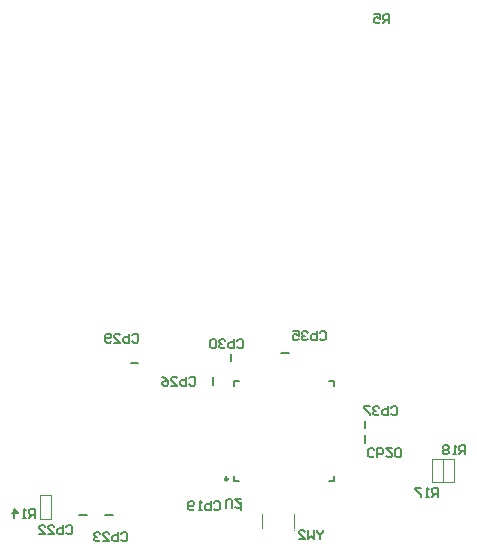
<source format=gbo>
%FSLAX25Y25*%
%MOIN*%
G70*
G01*
G75*
G04 Layer_Color=32896*
%ADD10O,0.03543X0.00984*%
%ADD11R,0.06693X0.04331*%
%ADD12R,0.01969X0.01969*%
%ADD13R,0.03543X0.03150*%
%ADD14R,0.03150X0.03543*%
%ADD15R,0.01969X0.01969*%
%ADD16R,0.02362X0.04331*%
%ADD17R,0.03150X0.03150*%
%ADD18R,0.03150X0.03150*%
%ADD19R,0.04134X0.02362*%
%ADD20R,0.02362X0.04134*%
%ADD21R,0.03150X0.02756*%
%ADD22R,0.02756X0.03150*%
%ADD23R,0.02362X0.01969*%
%ADD24R,0.01969X0.02362*%
%ADD25R,0.25590X0.25590*%
%ADD26O,0.00984X0.03543*%
%ADD27R,0.01969X0.02559*%
%ADD28R,0.03347X0.03740*%
%ADD29O,0.02559X0.00787*%
%ADD30O,0.00787X0.02559*%
%ADD31R,0.18504X0.18504*%
%ADD32R,0.02559X0.01969*%
%ADD33R,0.03543X0.02756*%
%ADD34R,0.03150X0.02953*%
%ADD35R,0.10236X0.05906*%
%ADD36R,0.00787X0.01969*%
%ADD37R,0.02953X0.05512*%
%ADD38R,0.05906X0.14173*%
%ADD39C,0.00600*%
%ADD40C,0.01000*%
%ADD41C,0.00800*%
%ADD42C,0.01200*%
%ADD43C,0.00400*%
%ADD44C,0.01600*%
%ADD45C,0.05906*%
%ADD46R,0.05906X0.05906*%
%ADD47R,0.05906X0.05906*%
%ADD48C,0.00900*%
%ADD49C,0.02000*%
%ADD50C,0.01400*%
%ADD51C,0.01969*%
%ADD52C,0.02598*%
%ADD53C,0.04000*%
%ADD54C,0.04743*%
%ADD55C,0.01600*%
%ADD56C,0.02200*%
%ADD57C,0.01800*%
%ADD58C,0.01987*%
%ADD59C,0.02499*%
%ADD60C,0.00984*%
%ADD61C,0.00394*%
%ADD62C,0.00787*%
%ADD63C,0.00500*%
%ADD64R,0.01575X0.01575*%
%ADD65R,0.01575X0.01575*%
%ADD66O,0.03943X0.01384*%
%ADD67R,0.07093X0.04731*%
%ADD68R,0.02369X0.02369*%
%ADD69R,0.03943X0.03550*%
%ADD70R,0.03550X0.03943*%
%ADD71R,0.02369X0.02369*%
%ADD72R,0.02762X0.04731*%
%ADD73R,0.03550X0.03550*%
%ADD74R,0.03550X0.03550*%
%ADD75R,0.04534X0.02762*%
%ADD76R,0.02762X0.04534*%
%ADD77R,0.03550X0.03156*%
%ADD78R,0.03156X0.03550*%
%ADD79R,0.02762X0.02369*%
%ADD80R,0.02369X0.02762*%
%ADD81R,0.25991X0.25991*%
%ADD82O,0.01384X0.03943*%
%ADD83R,0.02369X0.02959*%
%ADD84R,0.03747X0.04140*%
%ADD85O,0.02959X0.01187*%
%ADD86O,0.01187X0.02959*%
%ADD87R,0.18904X0.18904*%
%ADD88R,0.02959X0.02369*%
%ADD89R,0.03943X0.03156*%
%ADD90R,0.03550X0.03353*%
%ADD91R,0.10636X0.06306*%
%ADD92R,0.01187X0.02369*%
%ADD93R,0.03353X0.05912*%
%ADD94R,0.06306X0.14573*%
%ADD95C,0.06306*%
%ADD96R,0.06306X0.06306*%
%ADD97R,0.06306X0.06306*%
%ADD98C,0.01300*%
%ADD99C,0.02400*%
%ADD100C,0.02369*%
%ADD101C,0.02998*%
D39*
X261000Y88020D02*
Y90600D01*
X233000Y113300D02*
X235579D01*
X216200Y110400D02*
Y112979D01*
X210300Y102600D02*
Y105180D01*
X174420Y59100D02*
X177000D01*
X165621Y59300D02*
X168200D01*
X182800Y109700D02*
X185380D01*
X219754Y60900D02*
Y63480D01*
X261000Y83320D02*
Y85900D01*
D60*
X215199Y71157D02*
G03*
X215199Y71157I-492J0D01*
G01*
D61*
X237412Y54052D02*
G03*
X237412Y54052I-98J0D01*
G01*
X237215Y54938D02*
Y59662D01*
X226585Y54938D02*
Y59662D01*
X152628Y65737D02*
X156172D01*
X152628Y57863D02*
Y65737D01*
Y57863D02*
X156172D01*
Y65737D01*
X283228Y77937D02*
X286772D01*
X283228Y70063D02*
Y77937D01*
Y70063D02*
X286772D01*
Y77937D01*
X286928D02*
X290472D01*
X286928Y70063D02*
Y77937D01*
Y70063D02*
X290472D01*
Y77937D01*
D62*
X248762Y70566D02*
X250534D01*
Y72338D01*
X248762Y103834D02*
X250534D01*
Y102062D02*
Y103834D01*
X217266D02*
X219038D01*
X217266Y102062D02*
Y103834D01*
Y70566D02*
X219038D01*
X217266D02*
Y72338D01*
D63*
X269000Y223100D02*
Y226099D01*
X267500D01*
X267001Y225599D01*
Y224600D01*
X267500Y224100D01*
X269000D01*
X268000D02*
X267001Y223100D01*
X264002Y226099D02*
X266001D01*
Y224600D01*
X265001Y225099D01*
X264502D01*
X264002Y224600D01*
Y223600D01*
X264502Y223100D01*
X265501D01*
X266001Y223600D01*
X269601Y94999D02*
X270100Y95499D01*
X271100D01*
X271600Y94999D01*
Y93000D01*
X271100Y92500D01*
X270100D01*
X269601Y93000D01*
X268601Y95499D02*
Y92500D01*
X267102D01*
X266602Y93000D01*
Y93500D01*
Y93999D01*
X267102Y94499D01*
X268601D01*
X265602Y94999D02*
X265102Y95499D01*
X264102D01*
X263603Y94999D01*
Y94499D01*
X264102Y93999D01*
X264602D01*
X264102D01*
X263603Y93500D01*
Y93000D01*
X264102Y92500D01*
X265102D01*
X265602Y93000D01*
X262603Y95499D02*
X260604D01*
Y94999D01*
X262603Y93000D01*
Y92500D01*
X245801Y119899D02*
X246301Y120399D01*
X247300D01*
X247800Y119899D01*
Y117900D01*
X247300Y117400D01*
X246301D01*
X245801Y117900D01*
X244801Y120399D02*
Y117400D01*
X243302D01*
X242802Y117900D01*
Y118400D01*
Y118900D01*
X243302Y119399D01*
X244801D01*
X241802Y119899D02*
X241302Y120399D01*
X240302D01*
X239803Y119899D01*
Y119399D01*
X240302Y118900D01*
X240802D01*
X240302D01*
X239803Y118400D01*
Y117900D01*
X240302Y117400D01*
X241302D01*
X241802Y117900D01*
X236804Y120399D02*
X238803D01*
Y118900D01*
X237803Y119399D01*
X237303D01*
X236804Y118900D01*
Y117900D01*
X237303Y117400D01*
X238303D01*
X238803Y117900D01*
X218401Y117199D02*
X218900Y117699D01*
X219900D01*
X220400Y117199D01*
Y115200D01*
X219900Y114700D01*
X218900D01*
X218401Y115200D01*
X217401Y117699D02*
Y114700D01*
X215901D01*
X215402Y115200D01*
Y115700D01*
Y116200D01*
X215901Y116699D01*
X217401D01*
X214402Y117199D02*
X213902Y117699D01*
X212902D01*
X212403Y117199D01*
Y116699D01*
X212902Y116200D01*
X213402D01*
X212902D01*
X212403Y115700D01*
Y115200D01*
X212902Y114700D01*
X213902D01*
X214402Y115200D01*
X211403Y117199D02*
X210903Y117699D01*
X209903D01*
X209404Y117199D01*
Y115200D01*
X209903Y114700D01*
X210903D01*
X211403Y115200D01*
Y117199D01*
X183401Y119099D02*
X183900Y119599D01*
X184900D01*
X185400Y119099D01*
Y117100D01*
X184900Y116600D01*
X183900D01*
X183401Y117100D01*
X182401Y119599D02*
Y116600D01*
X180902D01*
X180402Y117100D01*
Y117600D01*
Y118100D01*
X180902Y118599D01*
X182401D01*
X177403Y116600D02*
X179402D01*
X177403Y118599D01*
Y119099D01*
X177902Y119599D01*
X178902D01*
X179402Y119099D01*
X176403Y117100D02*
X175903Y116600D01*
X174903D01*
X174404Y117100D01*
Y119099D01*
X174903Y119599D01*
X175903D01*
X176403Y119099D01*
Y118599D01*
X175903Y118100D01*
X174404D01*
X202401Y104799D02*
X202901Y105299D01*
X203900D01*
X204400Y104799D01*
Y102800D01*
X203900Y102300D01*
X202901D01*
X202401Y102800D01*
X201401Y105299D02*
Y102300D01*
X199901D01*
X199402Y102800D01*
Y103300D01*
Y103799D01*
X199901Y104299D01*
X201401D01*
X196403Y102300D02*
X198402D01*
X196403Y104299D01*
Y104799D01*
X196902Y105299D01*
X197902D01*
X198402Y104799D01*
X193404Y105299D02*
X194403Y104799D01*
X195403Y103799D01*
Y102800D01*
X194903Y102300D01*
X193903D01*
X193404Y102800D01*
Y103300D01*
X193903Y103799D01*
X195403D01*
X179601Y52999D02*
X180101Y53499D01*
X181100D01*
X181600Y52999D01*
Y51000D01*
X181100Y50500D01*
X180101D01*
X179601Y51000D01*
X178601Y53499D02*
Y50500D01*
X177101D01*
X176602Y51000D01*
Y51500D01*
Y51999D01*
X177101Y52499D01*
X178601D01*
X173603Y50500D02*
X175602D01*
X173603Y52499D01*
Y52999D01*
X174102Y53499D01*
X175102D01*
X175602Y52999D01*
X172603D02*
X172103Y53499D01*
X171103D01*
X170604Y52999D01*
Y52499D01*
X171103Y51999D01*
X171603D01*
X171103D01*
X170604Y51500D01*
Y51000D01*
X171103Y50500D01*
X172103D01*
X172603Y51000D01*
X161301Y55299D02*
X161801Y55799D01*
X162800D01*
X163300Y55299D01*
Y53300D01*
X162800Y52800D01*
X161801D01*
X161301Y53300D01*
X160301Y55799D02*
Y52800D01*
X158801D01*
X158302Y53300D01*
Y53800D01*
Y54299D01*
X158801Y54799D01*
X160301D01*
X155303Y52800D02*
X157302D01*
X155303Y54799D01*
Y55299D01*
X155802Y55799D01*
X156802D01*
X157302Y55299D01*
X152304Y52800D02*
X154303D01*
X152304Y54799D01*
Y55299D01*
X152803Y55799D01*
X153803D01*
X154303Y55299D01*
X210501Y63299D02*
X211000Y63799D01*
X212000D01*
X212500Y63299D01*
Y61300D01*
X212000Y60800D01*
X211000D01*
X210501Y61300D01*
X209501Y63799D02*
Y60800D01*
X208001D01*
X207502Y61300D01*
Y61800D01*
Y62300D01*
X208001Y62799D01*
X209501D01*
X206502Y60800D02*
X205502D01*
X206002D01*
Y63799D01*
X206502Y63299D01*
X204003Y61300D02*
X203503Y60800D01*
X202503D01*
X202003Y61300D01*
Y63299D01*
X202503Y63799D01*
X203503D01*
X204003Y63299D01*
Y62799D01*
X203503Y62300D01*
X202003D01*
X263999Y78901D02*
X263499Y78401D01*
X262500D01*
X262000Y78901D01*
Y80900D01*
X262500Y81400D01*
X263499D01*
X263999Y80900D01*
X264999Y78401D02*
Y81400D01*
X266498D01*
X266998Y80900D01*
Y80400D01*
Y79900D01*
X266498Y79401D01*
X264999D01*
X269997Y81400D02*
X267998D01*
X269997Y79401D01*
Y78901D01*
X269498Y78401D01*
X268498D01*
X267998Y78901D01*
X270997D02*
X271497Y78401D01*
X272497D01*
X272996Y78901D01*
Y80900D01*
X272497Y81400D01*
X271497D01*
X270997Y80900D01*
Y78901D01*
X214750Y61451D02*
Y63950D01*
X215250Y64450D01*
X216249D01*
X216749Y63950D01*
Y61451D01*
X219748Y64450D02*
X217749D01*
X219748Y62451D01*
Y61951D01*
X219249Y61451D01*
X218249D01*
X217749Y61951D01*
X150800Y58300D02*
Y61299D01*
X149301D01*
X148801Y60799D01*
Y59799D01*
X149301Y59300D01*
X150800D01*
X149800D02*
X148801Y58300D01*
X147801D02*
X146801D01*
X147301D01*
Y61299D01*
X147801Y60799D01*
X143802Y58300D02*
Y61299D01*
X145302Y59799D01*
X143302D01*
X246900Y54099D02*
Y53599D01*
X245900Y52600D01*
X244901Y53599D01*
Y54099D01*
X245900Y52600D02*
Y51100D01*
X243901Y54099D02*
Y51100D01*
X242901Y52100D01*
X241902Y51100D01*
Y54099D01*
X238903Y51100D02*
X240902D01*
X238903Y53099D01*
Y53599D01*
X239402Y54099D01*
X240402D01*
X240902Y53599D01*
X285200Y65300D02*
Y68299D01*
X283700D01*
X283201Y67799D01*
Y66799D01*
X283700Y66300D01*
X285200D01*
X284200D02*
X283201Y65300D01*
X282201D02*
X281201D01*
X281701D01*
Y68299D01*
X282201Y67799D01*
X279702Y68299D02*
X277702D01*
Y67799D01*
X279702Y65800D01*
Y65300D01*
X294400Y79500D02*
Y82499D01*
X292900D01*
X292401Y81999D01*
Y80999D01*
X292900Y80500D01*
X294400D01*
X293400D02*
X292401Y79500D01*
X291401D02*
X290401D01*
X290901D01*
Y82499D01*
X291401Y81999D01*
X288902D02*
X288402Y82499D01*
X287402D01*
X286902Y81999D01*
Y81499D01*
X287402Y80999D01*
X286902Y80500D01*
Y80000D01*
X287402Y79500D01*
X288402D01*
X288902Y80000D01*
Y80500D01*
X288402Y80999D01*
X288902Y81499D01*
Y81999D01*
X288402Y80999D02*
X287402D01*
M02*

</source>
